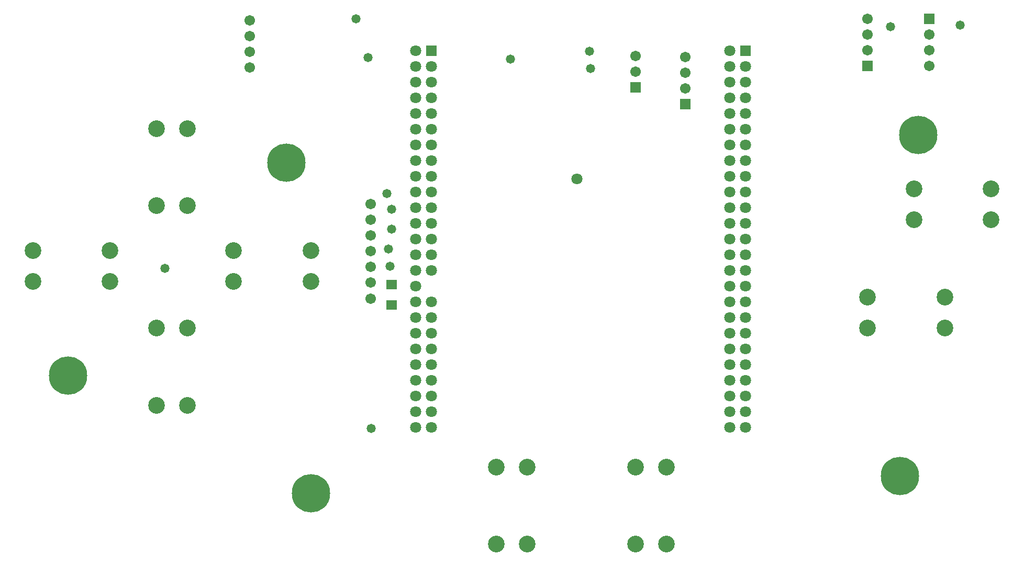
<source format=gbs>
G04*
G04 #@! TF.GenerationSoftware,Altium Limited,Altium Designer,19.1.5 (86)*
G04*
G04 Layer_Color=16711935*
%FSLAX44Y44*%
%MOMM*%
G71*
G01*
G75*
%ADD19R,1.7272X1.5032*%
%ADD22C,1.8032*%
%ADD23R,1.8032X1.8032*%
%ADD24C,1.7032*%
%ADD25C,2.7032*%
%ADD26C,6.2032*%
%ADD27R,1.7032X1.7032*%
%ADD28C,1.4732*%
D19*
X630000Y511980D02*
D03*
Y545000D02*
D03*
D22*
X669290Y339090D02*
D03*
X694690D02*
D03*
X669290Y364490D02*
D03*
X694690D02*
D03*
X669290Y389890D02*
D03*
X694690D02*
D03*
X669290Y415290D02*
D03*
X694690D02*
D03*
X669290Y440690D02*
D03*
X694690D02*
D03*
X669290Y466090D02*
D03*
X694690D02*
D03*
X669290Y491490D02*
D03*
X694690D02*
D03*
X669290Y516890D02*
D03*
X694690D02*
D03*
X669290Y542290D02*
D03*
X929690Y716040D02*
D03*
X669290Y567690D02*
D03*
X694690D02*
D03*
X669290Y593090D02*
D03*
X694690D02*
D03*
X669290Y618490D02*
D03*
X694690D02*
D03*
X669290Y643890D02*
D03*
X694690D02*
D03*
X669290Y669290D02*
D03*
X694690D02*
D03*
X669290Y694690D02*
D03*
X694690D02*
D03*
X669290Y720090D02*
D03*
X694690D02*
D03*
X669290Y745490D02*
D03*
X694690D02*
D03*
X669290Y770890D02*
D03*
X694690D02*
D03*
X669290Y796290D02*
D03*
X694690D02*
D03*
X669290Y821690D02*
D03*
X694690D02*
D03*
X669290Y847090D02*
D03*
X694690D02*
D03*
X669290Y872490D02*
D03*
X694690D02*
D03*
X669290Y897890D02*
D03*
X694690D02*
D03*
X669290Y923290D02*
D03*
Y313690D02*
D03*
X694690D02*
D03*
X1202690D02*
D03*
X1177290D02*
D03*
Y923290D02*
D03*
X1202690Y897890D02*
D03*
X1177290D02*
D03*
X1202690Y872490D02*
D03*
X1177290D02*
D03*
X1202690Y847090D02*
D03*
X1177290D02*
D03*
X1202690Y821690D02*
D03*
Y796290D02*
D03*
X1177290D02*
D03*
X1202690Y770890D02*
D03*
X1177290D02*
D03*
X1202690Y745490D02*
D03*
X1177290D02*
D03*
X1202690Y720090D02*
D03*
X1177290D02*
D03*
X1202690Y694690D02*
D03*
X1177290D02*
D03*
X1202690Y669290D02*
D03*
X1177290D02*
D03*
X1202690Y643890D02*
D03*
X1177290D02*
D03*
X1202690Y618490D02*
D03*
X1177290D02*
D03*
X1202690Y593090D02*
D03*
X1177290D02*
D03*
X1202690Y567690D02*
D03*
X1177290D02*
D03*
X1202690Y542290D02*
D03*
X1177290D02*
D03*
X1202690Y516890D02*
D03*
X1177290D02*
D03*
X1202690Y491490D02*
D03*
X1177290D02*
D03*
X1202690Y466090D02*
D03*
X1177290D02*
D03*
X1202690Y440690D02*
D03*
X1177290D02*
D03*
X1202690Y415290D02*
D03*
X1177290D02*
D03*
X1202690Y389890D02*
D03*
X1177290D02*
D03*
X1202690Y364490D02*
D03*
X1177290D02*
D03*
X1202690Y339090D02*
D03*
X1177290D02*
D03*
Y821690D02*
D03*
D23*
X694690Y923290D02*
D03*
X1202690D02*
D03*
D24*
X401000Y896500D02*
D03*
Y922000D02*
D03*
Y947500D02*
D03*
Y973000D02*
D03*
X596110Y522640D02*
D03*
Y548140D02*
D03*
Y573640D02*
D03*
Y599140D02*
D03*
Y624640D02*
D03*
Y650140D02*
D03*
Y675640D02*
D03*
X1025000Y890000D02*
D03*
Y915400D02*
D03*
X1400000Y975400D02*
D03*
Y950000D02*
D03*
Y924600D02*
D03*
X1500000Y899200D02*
D03*
Y924600D02*
D03*
Y950000D02*
D03*
X1105000Y862500D02*
D03*
Y887900D02*
D03*
Y913300D02*
D03*
D25*
X1400000Y525000D02*
D03*
Y475000D02*
D03*
X1525000D02*
D03*
Y525000D02*
D03*
X300000Y797672D02*
D03*
X250000D02*
D03*
Y672672D02*
D03*
X300000D02*
D03*
X250000Y350000D02*
D03*
X300000D02*
D03*
Y475000D02*
D03*
X250000D02*
D03*
X50000Y600000D02*
D03*
Y550000D02*
D03*
X175000D02*
D03*
Y600000D02*
D03*
X375000D02*
D03*
Y550000D02*
D03*
X500000D02*
D03*
Y600000D02*
D03*
X1075000Y250000D02*
D03*
X1025000D02*
D03*
Y125000D02*
D03*
X1075000D02*
D03*
X850000Y250000D02*
D03*
X800000D02*
D03*
Y125000D02*
D03*
X850000D02*
D03*
X1475000Y700000D02*
D03*
Y650000D02*
D03*
X1600000D02*
D03*
Y700000D02*
D03*
D26*
X500000Y207500D02*
D03*
X107500Y397500D02*
D03*
X460000Y742500D02*
D03*
X1482500Y787500D02*
D03*
X1452500Y235000D02*
D03*
D27*
X1025000Y864600D02*
D03*
X1400000Y899200D02*
D03*
X1500000Y975400D02*
D03*
X1105000Y837100D02*
D03*
D28*
X572500Y975000D02*
D03*
X592500Y912500D02*
D03*
X950000Y922500D02*
D03*
X952500Y895000D02*
D03*
X822500Y910000D02*
D03*
X1437500Y962500D02*
D03*
X1550000Y965000D02*
D03*
X264160Y571500D02*
D03*
X597500Y312500D02*
D03*
X622500Y692500D02*
D03*
X630000Y667500D02*
D03*
Y635000D02*
D03*
X625000Y602500D02*
D03*
X627500Y575000D02*
D03*
M02*

</source>
